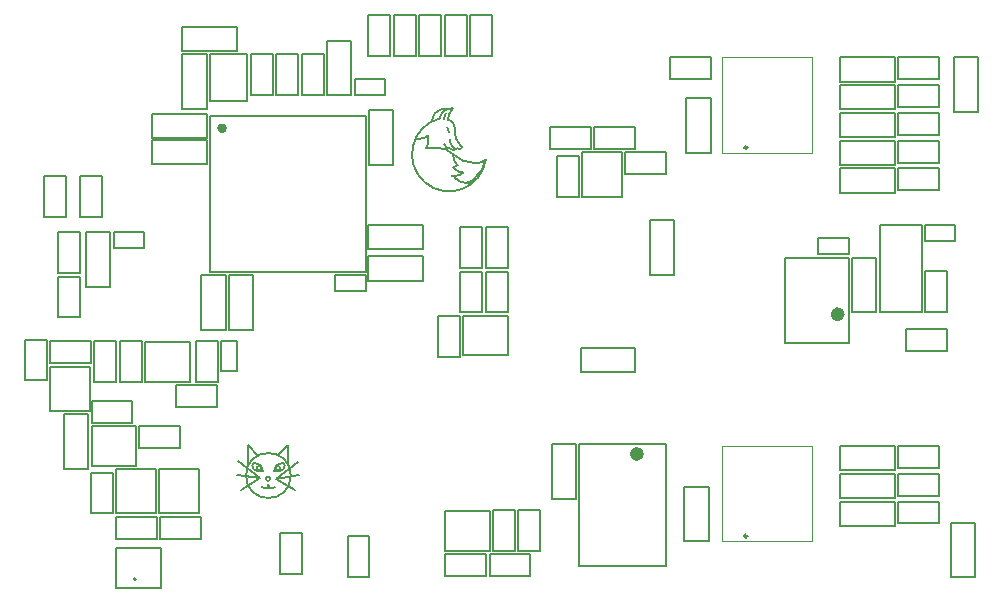
<source format=gbo>
G04 Layer_Color=32896*
%FSLAX44Y44*%
%MOMM*%
G71*
G01*
G75*
%ADD10C,0.1500*%
%ADD12C,0.6000*%
%ADD15C,0.4000*%
%ADD91C,0.2500*%
%ADD92C,0.2000*%
%ADD138C,0.1000*%
D10*
X207750Y114500D02*
G03*
X200750Y121500I-7000J0D01*
G01*
D02*
G03*
X198500Y119250I0J-2250D01*
G01*
D02*
G03*
X203250Y114500I4750J0D01*
G01*
X221500D02*
G03*
X226250Y119250I0J4750D01*
G01*
D02*
G03*
X224000Y121500I-2250J0D01*
G01*
D02*
G03*
X217000Y114500I0J-7000D01*
G01*
X206750Y101000D02*
G03*
X209164Y100000I2414J2414D01*
G01*
X215336D02*
G03*
X217750Y101000I0J3414D01*
G01*
X212250Y103000D02*
G03*
X215250Y100000I3000J0D01*
G01*
X209250D02*
G03*
X212250Y103000I0J3000D01*
G01*
X259000Y432750D02*
Y467250D01*
X240500D02*
X259000D01*
X240500Y432750D02*
Y467250D01*
Y432750D02*
X259000D01*
X179000Y280250D02*
X199500D01*
Y234250D02*
Y280250D01*
X179000Y234250D02*
X199500D01*
X179000D02*
Y280250D01*
X197500Y432750D02*
Y467250D01*
Y432750D02*
X216000D01*
Y467250D01*
X197500D02*
X216000D01*
X194500Y460000D02*
Y467250D01*
X163000D02*
X194500D01*
X163000Y433250D02*
Y467250D01*
Y427750D02*
Y433250D01*
Y427750D02*
X194500D01*
Y428000D01*
Y431000D01*
Y457250D01*
Y460000D01*
X139500Y467250D02*
X160000D01*
Y421250D02*
Y467250D01*
X139500Y421250D02*
X160000D01*
X139500D02*
Y467250D01*
Y470250D02*
Y490750D01*
X185500D01*
Y470250D02*
Y490750D01*
X139500Y470250D02*
X185500D01*
X219000Y432750D02*
Y467250D01*
Y432750D02*
X237500D01*
Y467250D01*
X219000D02*
X237500D01*
X297500Y374000D02*
X318000D01*
X297500D02*
Y420000D01*
X318000D01*
Y374000D02*
Y420000D01*
X296750Y275750D02*
Y296250D01*
X342750D01*
Y275750D02*
Y296250D01*
X296750Y275750D02*
X342750D01*
X155500Y280250D02*
X176000D01*
Y234250D02*
Y280250D01*
X155500Y234250D02*
X176000D01*
X155500D02*
Y280250D01*
X160000Y396500D02*
Y417000D01*
X114000Y396500D02*
X160000D01*
X114000D02*
Y417000D01*
X160000D01*
X279250Y25250D02*
Y59750D01*
Y25250D02*
X297750D01*
Y59750D01*
X279250D02*
X297750D01*
X248750Y414750D02*
X294500D01*
Y326750D02*
Y414750D01*
Y283250D02*
Y328250D01*
X196500Y283250D02*
X294500D01*
X163000D02*
X196500D01*
X163000D02*
Y384250D01*
Y414750D01*
X220250D01*
X248750D01*
X475500Y137250D02*
X549250D01*
Y123000D02*
Y137250D01*
Y33750D02*
Y123000D01*
X475500Y33750D02*
Y137250D01*
Y33750D02*
X549250D01*
X361500Y466250D02*
Y500750D01*
Y466250D02*
X380000D01*
Y500750D01*
X361500D02*
X380000D01*
X318500Y466250D02*
Y500750D01*
Y466250D02*
X337000D01*
Y500750D01*
X318500D02*
X337000D01*
X297000Y466250D02*
Y500750D01*
Y466250D02*
X315500D01*
Y500750D01*
X297000D02*
X315500D01*
X340000Y466250D02*
Y500750D01*
Y466250D02*
X358500D01*
Y500750D01*
X340000D02*
X358500D01*
X383000Y466250D02*
Y500750D01*
Y466250D02*
X401500D01*
Y500750D01*
X383000D02*
X401500D01*
X475000Y347000D02*
Y381500D01*
X456500D02*
X475000D01*
X456500Y347000D02*
Y381500D01*
Y347000D02*
X475000D01*
X450750Y387500D02*
X485250D01*
Y406000D01*
X450750D02*
X485250D01*
X450750Y387500D02*
Y406000D01*
X514500Y366000D02*
X549000D01*
Y384500D01*
X514500D02*
X549000D01*
X514500Y366000D02*
Y384500D01*
X488250Y387500D02*
X522750D01*
Y406000D01*
X488250D02*
X522750D01*
X488250Y387500D02*
Y406000D01*
X511500Y374000D02*
Y376750D01*
Y347000D02*
Y374000D01*
X478000Y347000D02*
X511500D01*
X478000D02*
Y384500D01*
X511500D01*
Y376750D02*
Y384500D01*
X362000Y25500D02*
X396500D01*
Y44000D01*
X362000D02*
X396500D01*
X362000Y25500D02*
Y44000D01*
X421000Y47000D02*
Y81500D01*
X402500D02*
X421000D01*
X402500Y47000D02*
Y81500D01*
Y47000D02*
X421000D01*
X424000D02*
Y81500D01*
Y47000D02*
X442500D01*
Y81500D01*
X424000D02*
X442500D01*
X399500Y44000D02*
X434000D01*
X399500Y25500D02*
Y44000D01*
Y25500D02*
X434000D01*
Y44000D01*
X389000Y47000D02*
X391750D01*
X362000D02*
X389000D01*
X362000D02*
Y80500D01*
X399500D01*
Y47000D02*
Y80500D01*
X391750Y47000D02*
X399500D01*
X120750Y75750D02*
X155250D01*
X120750Y57250D02*
Y75750D01*
Y57250D02*
X155250D01*
Y75750D01*
X83250D02*
X117750D01*
X83250Y57250D02*
Y75750D01*
Y57250D02*
X117750D01*
Y75750D01*
X62000Y78750D02*
Y113250D01*
Y78750D02*
X80500D01*
Y113250D01*
X62000D02*
X80500D01*
X62500Y174000D02*
X97000D01*
X62500Y155500D02*
Y174000D01*
Y155500D02*
X97000D01*
Y174000D01*
X103000Y152500D02*
X137500D01*
X103000Y134000D02*
Y152500D01*
Y134000D02*
X137500D01*
Y152500D01*
X70250D02*
X73000D01*
X100000D01*
Y119000D02*
Y152500D01*
X62500Y119000D02*
X100000D01*
X62500D02*
Y152500D01*
X70250D01*
X83500Y86500D02*
Y89250D01*
Y116250D01*
X117000D01*
Y78750D02*
Y116250D01*
X83500Y78750D02*
X117000D01*
X83500D02*
Y86500D01*
X134250Y187000D02*
X168750D01*
X134250Y168500D02*
Y187000D01*
Y168500D02*
X168750D01*
Y187000D01*
X90750Y49250D02*
X95500D01*
X121000D01*
Y15750D02*
Y49250D01*
X83500Y15750D02*
X121000D01*
X83500D02*
Y49250D01*
X90750D01*
X169500Y190000D02*
Y224500D01*
X151000D02*
X169500D01*
X151000Y190000D02*
Y224500D01*
Y190000D02*
X169500D01*
X115750Y223500D02*
X118500D01*
X145500D01*
Y190000D02*
Y223500D01*
X108000Y190000D02*
X145500D01*
X108000D02*
Y223500D01*
X115750D01*
X86500Y190000D02*
Y224500D01*
Y190000D02*
X105000D01*
Y224500D01*
X86500D02*
X105000D01*
X65000Y190000D02*
Y224500D01*
Y190000D02*
X83500D01*
Y224500D01*
X65000D02*
X83500D01*
X27500D02*
X62000D01*
X27500Y206000D02*
Y224500D01*
Y206000D02*
X62000D01*
Y224500D01*
X61000Y192500D02*
Y195250D01*
Y165500D02*
Y192500D01*
X27500Y165500D02*
X61000D01*
X27500D02*
Y203000D01*
X61000D01*
Y195250D02*
Y203000D01*
X6000Y191250D02*
Y225750D01*
Y191250D02*
X24500D01*
Y225750D01*
X6000D02*
X24500D01*
X34000Y282250D02*
Y316750D01*
Y282250D02*
X52500D01*
Y316750D01*
X34000D02*
X52500D01*
X71500Y329500D02*
Y364000D01*
X53000D02*
X71500D01*
X53000Y329500D02*
Y364000D01*
Y329500D02*
X71500D01*
X41000D02*
Y364000D01*
X22500D02*
X41000D01*
X22500Y329500D02*
Y364000D01*
Y329500D02*
X41000D01*
X34000Y244750D02*
Y279250D01*
Y244750D02*
X52500D01*
Y279250D01*
X34000D02*
X52500D01*
X58000Y316750D02*
X78500D01*
Y270750D02*
Y316750D01*
X58000Y270750D02*
X78500D01*
X58000D02*
Y316750D01*
X792750Y418750D02*
Y464750D01*
Y418750D02*
X813250D01*
Y464750D01*
X792750D02*
X813250D01*
X810750Y24750D02*
Y70750D01*
X790250D02*
X810750D01*
X790250Y24750D02*
Y70750D01*
Y24750D02*
X810750D01*
X586750Y446250D02*
Y464750D01*
X552250Y446250D02*
X586750D01*
X552250D02*
Y464750D01*
X586750D01*
X564500Y55250D02*
Y101250D01*
Y55250D02*
X585000D01*
Y101250D01*
X564500D02*
X585000D01*
X566250Y384250D02*
Y430250D01*
Y384250D02*
X586750D01*
Y430250D01*
X566250D02*
X586750D01*
X696500Y68250D02*
X742500D01*
Y88750D01*
X696500D02*
X742500D01*
X696500Y68250D02*
Y88750D01*
X745500Y70250D02*
Y88750D01*
X780000D01*
Y70250D02*
Y88750D01*
X745500Y70250D02*
X780000D01*
X696500Y373750D02*
X742500D01*
Y394250D01*
X696500D02*
X742500D01*
X696500Y373750D02*
Y394250D01*
X745500Y375750D02*
Y394250D01*
X780000D01*
Y375750D02*
Y394250D01*
X745500Y375750D02*
X780000D01*
X696500Y91750D02*
X742500D01*
Y112250D01*
X696500D02*
X742500D01*
X696500Y91750D02*
Y112250D01*
X745500Y93750D02*
Y112250D01*
X780000D01*
Y93750D02*
Y112250D01*
X745500Y93750D02*
X780000D01*
X745500Y399250D02*
Y417750D01*
X780000D01*
Y399250D02*
Y417750D01*
X745500Y399250D02*
X780000D01*
X696500Y397250D02*
X742500D01*
Y417750D01*
X696500D02*
X742500D01*
X696500Y397250D02*
Y417750D01*
X752500Y216000D02*
Y234500D01*
X787000D01*
Y216000D02*
Y234500D01*
X752500Y216000D02*
X787000D01*
X768500Y283750D02*
X787000D01*
Y249250D02*
Y283750D01*
X768500Y249250D02*
X787000D01*
X768500D02*
Y283750D01*
X695700Y222750D02*
X703450D01*
Y286750D01*
Y295250D01*
X659450D02*
X703450D01*
X649700D02*
X659450D01*
X649700Y234000D02*
Y295250D01*
Y222750D02*
Y234000D01*
Y222750D02*
X695700D01*
X678000Y311750D02*
X703500D01*
X678000Y298250D02*
Y311750D01*
Y298250D02*
X703500D01*
Y311750D01*
X706500Y249250D02*
Y295250D01*
Y249250D02*
X727000D01*
Y295250D01*
X706500D02*
X727000D01*
X730000Y249250D02*
Y322750D01*
Y249250D02*
X765500D01*
Y322750D01*
X730000D02*
X765500D01*
X768500Y309250D02*
X794000D01*
Y322750D01*
X768500D02*
X794000D01*
X768500Y309250D02*
Y322750D01*
X696500Y444250D02*
X742500D01*
Y464750D01*
X696500D02*
X742500D01*
X696500Y444250D02*
Y464750D01*
X745500Y446250D02*
Y464750D01*
X780000D01*
Y446250D02*
Y464750D01*
X745500Y446250D02*
X780000D01*
X696500Y350250D02*
X742500D01*
Y370750D01*
X696500D02*
X742500D01*
X696500Y350250D02*
Y370750D01*
X745500Y352250D02*
Y370750D01*
X780000D01*
Y352250D02*
Y370750D01*
X745500Y352250D02*
X780000D01*
X745500Y422750D02*
Y441250D01*
X780000D01*
Y422750D02*
Y441250D01*
X745500Y422750D02*
X780000D01*
X696500Y420750D02*
X742500D01*
Y441250D01*
X696500D02*
X742500D01*
X696500Y420750D02*
Y441250D01*
X745500Y117250D02*
Y135750D01*
X780000D01*
Y117250D02*
Y135750D01*
X745500Y117250D02*
X780000D01*
X696500Y115250D02*
X742500D01*
Y135750D01*
X696500D02*
X742500D01*
X696500Y115250D02*
Y135750D01*
X262000Y432750D02*
X282500D01*
X262000D02*
Y478750D01*
X282500D01*
Y432750D02*
Y478750D01*
X285500Y432750D02*
Y446250D01*
X311000D01*
Y432750D02*
Y446250D01*
X285500Y432750D02*
X311000D01*
X396250Y249000D02*
Y283500D01*
Y249000D02*
X414750D01*
Y283500D01*
X396250D02*
X414750D01*
X393250Y286500D02*
Y321000D01*
X374750D02*
X393250D01*
X374750Y286500D02*
Y321000D01*
Y286500D02*
X393250D01*
Y249000D02*
Y283500D01*
X374750D02*
X393250D01*
X374750Y249000D02*
Y283500D01*
Y249000D02*
X393250D01*
X241000Y27750D02*
Y62250D01*
X222500D02*
X241000D01*
X222500Y27750D02*
Y62250D01*
Y27750D02*
X241000D01*
X385000Y246000D02*
X387750D01*
X414750D01*
Y212500D02*
Y246000D01*
X377250Y212500D02*
X414750D01*
X377250D02*
Y246000D01*
X385000D01*
X396250Y286500D02*
Y321000D01*
Y286500D02*
X414750D01*
Y321000D01*
X396250D02*
X414750D01*
X374250Y211500D02*
Y246000D01*
X355750D02*
X374250D01*
X355750Y211500D02*
Y246000D01*
Y211500D02*
X374250D01*
X294500Y266750D02*
Y280250D01*
X269000Y266750D02*
X294500D01*
X269000D02*
Y280250D01*
X294500D01*
X39000Y116500D02*
X59500D01*
X39000D02*
Y162500D01*
X59500D01*
Y116500D02*
Y162500D01*
X172500Y224500D02*
X186000D01*
Y199000D02*
Y224500D01*
X172500Y199000D02*
X186000D01*
X172500D02*
Y224500D01*
X476750Y198250D02*
Y218750D01*
X522750D01*
Y198250D02*
Y218750D01*
X476750Y198250D02*
X522750D01*
X452000Y137250D02*
X472500D01*
Y91250D02*
Y137250D01*
X452000Y91250D02*
X472500D01*
X452000D02*
Y137250D01*
X535500Y280750D02*
X556000D01*
X535500D02*
Y326750D01*
X556000D01*
Y280750D02*
Y326750D01*
X107000Y303250D02*
Y316750D01*
X81500Y303250D02*
X107000D01*
X81500D02*
Y316750D01*
X107000D01*
X120000Y86500D02*
Y89250D01*
Y116250D01*
X153500D01*
Y78750D02*
Y116250D01*
X120000Y78750D02*
X153500D01*
X120000D02*
Y86500D01*
X297000Y302750D02*
Y323250D01*
X343000D01*
Y302750D02*
Y323250D01*
X297000Y302750D02*
X343000D01*
X160000Y374250D02*
Y394750D01*
X114000Y374250D02*
X160000D01*
X114000D02*
Y394750D01*
X160000D01*
X203250Y114500D02*
X207750D01*
X217000D02*
X221500D01*
X186500Y122750D02*
X205000Y108250D01*
X188750Y98500D02*
X205000Y108250D01*
X185750Y111500D02*
X205000Y108250D01*
X218750Y108000D02*
X238000Y111250D01*
X218750Y108000D02*
X235000Y98250D01*
X218750Y108000D02*
X237250Y122500D01*
X220500Y127750D02*
X229000Y136750D01*
Y119250D02*
Y136750D01*
X195250Y119000D02*
Y136500D01*
X203750Y127500D01*
X215250Y100000D02*
X215336D01*
X209250D02*
X215250D01*
D12*
X527250Y129000D02*
G03*
X527250Y129000I-3000J0D01*
G01*
X697200Y247250D02*
G03*
X697200Y247250I-3000J0D01*
G01*
D15*
X175000Y404750D02*
G03*
X175000Y404750I-2000J0D01*
G01*
D91*
X617750Y388500D02*
G03*
X617750Y388500I-1250J0D01*
G01*
Y59500D02*
G03*
X617750Y59500I-1250J0D01*
G01*
D92*
X100250Y23000D02*
G03*
X100250Y23000I-1000J0D01*
G01*
X213820Y108000D02*
G03*
X213820Y108000I-1820J0D01*
G01*
X222320Y117000D02*
G03*
X222320Y117000I-1820J0D01*
G01*
X206070D02*
G03*
X206070Y117000I-1820J0D01*
G01*
X231257Y110750D02*
G03*
X231257Y110750I-19007J0D01*
G01*
X379700Y358500D02*
G03*
X384480Y360480I0J6760D01*
G01*
X366000Y395000D02*
G03*
X368475Y389025I8450J0D01*
G01*
X362500Y417250D02*
G03*
X361000Y413629I3621J-3621D01*
G01*
X363500Y405829D02*
G03*
X365500Y401000I6829J0D01*
G01*
X391391Y367391D02*
G03*
X394750Y375500I-8109J8109D01*
G01*
X352798Y416548D02*
G03*
X350500Y411000I5548J-5548D01*
G01*
X358768Y420750D02*
G03*
X355750Y419500I0J-4268D01*
G01*
X363805Y388445D02*
G03*
X368500Y386500I4695J4695D01*
G01*
X369447D02*
G03*
X372572Y387795I0J4420D01*
G01*
X339904Y395750D02*
G03*
X347750Y399000I0J11096D01*
G01*
X345750Y388000D02*
G03*
X347750Y392828I-4828J4828D01*
G01*
X359371Y418121D02*
G03*
X357250Y413000I5121J-5121D01*
G01*
X368132Y421750D02*
G03*
X359371Y418121I0J-12389D01*
G01*
X368139Y421139D02*
G03*
X364250Y411750I9389J-9389D01*
G01*
X367500Y410750D02*
G03*
X365086Y411750I-2414J-2414D01*
G01*
X370000Y404715D02*
G03*
X367500Y410750I-8536J0D01*
G01*
X370000Y402000D02*
G03*
X374813Y390381I16432J0D01*
G01*
X372572Y387795D02*
G03*
X376533Y388660I1760J1442D01*
G01*
X368750Y382000D02*
G03*
X372157Y373775I11632J0D01*
G01*
X368750Y371750D02*
G03*
X372591Y373341I0J5432D01*
G01*
X370245Y370255D02*
G03*
X377500Y367250I7255J7255D01*
G01*
X371464Y364750D02*
G03*
X377500Y367250I0J8536D01*
G01*
X369030Y364220D02*
G03*
X367750Y364750I-1280J-1280D01*
G01*
X371250Y362000D02*
G03*
X379700Y358500I8450J8450D01*
G01*
X367500Y383500D02*
G03*
X356636Y388000I-10864J-10864D01*
G01*
X367500Y383500D02*
G03*
X387417Y375250I19917J19917D01*
G01*
X388750D02*
G03*
X396172Y378324I0J10496D01*
G01*
X357226Y413092D02*
G03*
X396345Y378498I8024J-30342D01*
G01*
X384500Y360500D02*
X391391Y367391D01*
X345750Y388000D02*
X356636D01*
X368475Y389025D02*
X370250Y387250D01*
X361000Y413000D02*
Y413629D01*
X384480Y360480D02*
X384500Y360500D01*
X352798Y416548D02*
X355750Y419500D01*
X358768Y420750D02*
X363000D01*
X360750Y391500D02*
X363805Y388445D01*
X368500Y386500D02*
X369447D01*
X337750Y395750D02*
X339904D01*
X347750Y392828D02*
Y399000D01*
X368132Y421750D02*
X368750D01*
X368139Y421139D02*
X368750Y421750D01*
X364250Y411750D02*
X365086D01*
X370000Y402000D02*
Y404715D01*
X374813Y390381D02*
X376533Y388660D01*
X372157Y373775D02*
X372591Y373341D01*
X368750Y371750D02*
X370245Y370255D01*
X367750Y364750D02*
X371464D01*
X369030Y364220D02*
X371250Y362000D01*
X379700Y358500D02*
X384500D01*
X387417Y375250D02*
X388750D01*
X396172Y378324D02*
X396345Y378498D01*
D138*
X596250Y465000D02*
X672250D01*
Y384000D02*
Y465000D01*
X596250Y384000D02*
X672250D01*
X596250D02*
Y465000D01*
Y136000D02*
X672250D01*
Y55000D02*
Y136000D01*
X596250Y55000D02*
X672250D01*
X596250D02*
Y136000D01*
M02*

</source>
